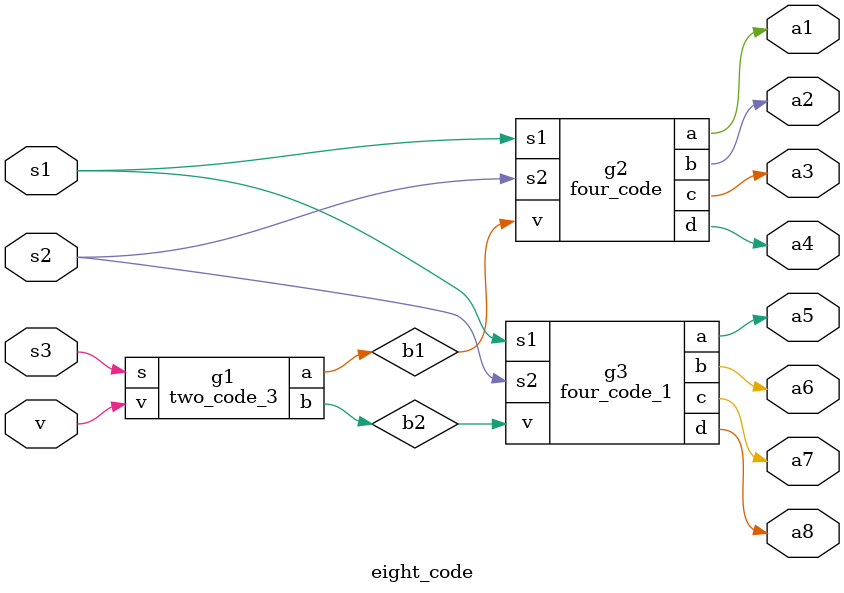
<source format=v>


// Verification Directory fv/eight_code 

module two_code_3(v, s, a, b);
  input v, s;
  output a, b;
  wire v, s;
  wire a, b;
  NOR2BXL g17(.AN (v), .B (s), .Y (a));
  AND2X1 g18(.A (s), .B (v), .Y (b));
endmodule

module two_code(v, s, a, b);
  input v, s;
  output a, b;
  wire v, s;
  wire a, b;
  NOR2BXL g17(.AN (v), .B (s), .Y (a));
  AND2X1 g18(.A (s), .B (v), .Y (b));
endmodule

module two_code_1(v, s, a, b);
  input v, s;
  output a, b;
  wire v, s;
  wire a, b;
  NOR2BXL g17(.AN (v), .B (s), .Y (a));
  AND2XL g18(.A (s), .B (v), .Y (b));
endmodule

module two_code_2(v, s, a, b);
  input v, s;
  output a, b;
  wire v, s;
  wire a, b;
  NOR2BXL g17(.AN (v), .B (s), .Y (a));
  AND2XL g18(.A (s), .B (v), .Y (b));
endmodule

module four_code(v, s1, s2, a, b, c, d);
  input v, s1, s2;
  output a, b, c, d;
  wire v, s1, s2;
  wire a, b, c, d;
  wire a1, a2;
  two_code g1(v, s2, a1, a2);
  two_code_1 g2(a1, s1, a, b);
  two_code_2 g3(a2, s1, c, d);
endmodule

module two_code_4(v, s, a, b);
  input v, s;
  output a, b;
  wire v, s;
  wire a, b;
  NOR2BXL g17(.AN (v), .B (s), .Y (a));
  AND2X1 g18(.A (s), .B (v), .Y (b));
endmodule

module two_code_5(v, s, a, b);
  input v, s;
  output a, b;
  wire v, s;
  wire a, b;
  NOR2BXL g17(.AN (v), .B (s), .Y (a));
  AND2XL g18(.A (s), .B (v), .Y (b));
endmodule

module two_code_6(v, s, a, b);
  input v, s;
  output a, b;
  wire v, s;
  wire a, b;
  NOR2BXL g17(.AN (v), .B (s), .Y (a));
  AND2XL g18(.A (s), .B (v), .Y (b));
endmodule

module four_code_1(v, s1, s2, a, b, c, d);
  input v, s1, s2;
  output a, b, c, d;
  wire v, s1, s2;
  wire a, b, c, d;
  wire a1, a2;
  two_code_4 g1(.v (v), .s (s2), .a (a1), .b (a2));
  two_code_5 g2(.v (a1), .s (s1), .a (a), .b (b));
  two_code_6 g3(.v (a2), .s (s1), .a (c), .b (d));
endmodule

module eight_code(v, s1, s2, s3, a1, a2, a3, a4, a5, a6, a7, a8);
  input v, s1, s2, s3;
  output a1, a2, a3, a4, a5, a6, a7, a8;
  wire v, s1, s2, s3;
  wire a1, a2, a3, a4, a5, a6, a7, a8;
  wire b1, b2;
  two_code_3 g1(v, s3, b1, b2);
  four_code g2(b1, s1, s2, a1, a2, a3, a4);
  four_code_1 g3(b2, s1, s2, a5, a6, a7, a8);
endmodule


</source>
